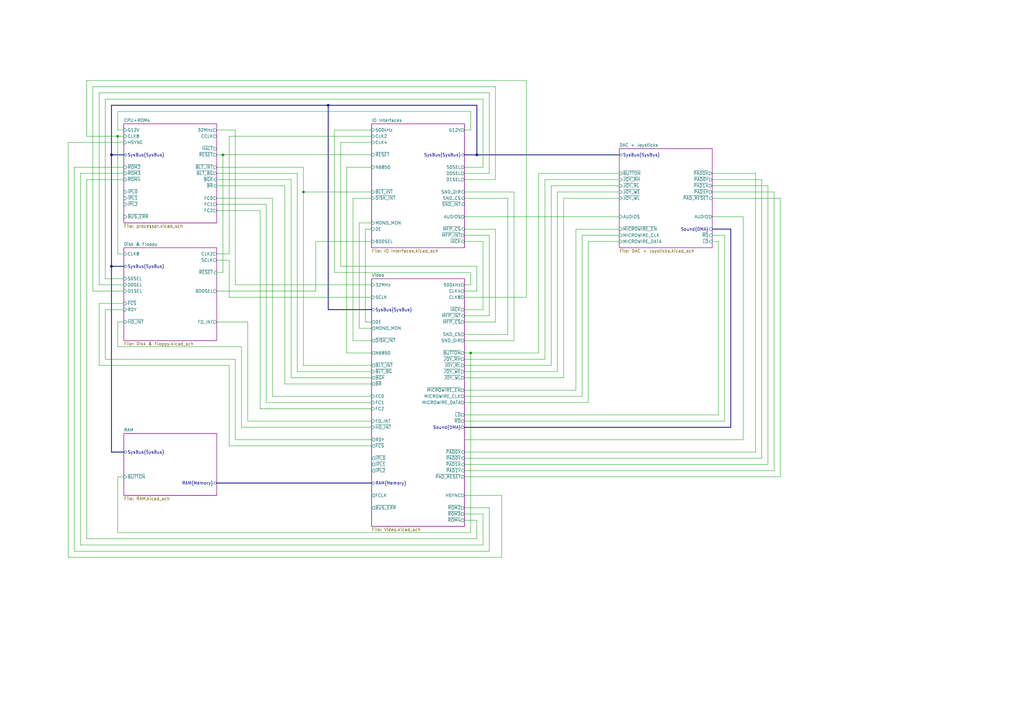
<source format=kicad_sch>
(kicad_sch
	(version 20250114)
	(generator "eeschema")
	(generator_version "9.0")
	(uuid "6cc81c6b-09a2-4492-8ca2-d80a5c796e77")
	(paper "A3")
	(lib_symbols)
	(junction
		(at 134.62 43.18)
		(diameter 0)
		(color 0 0 0 0)
		(uuid "1cbbe77e-ce5f-46dc-b552-c2a87ff2e483")
	)
	(junction
		(at 91.44 63.5)
		(diameter 0)
		(color 0 0 0 0)
		(uuid "20eb6a38-2645-4d8e-b93d-f20141f5f6b8")
	)
	(junction
		(at 193.04 144.78)
		(diameter 0)
		(color 0 0 0 0)
		(uuid "37c46360-4a0c-409b-af8f-6e6ef797544e")
	)
	(junction
		(at 48.26 55.88)
		(diameter 0)
		(color 0 0 0 0)
		(uuid "3bbcca91-b22d-47c6-8a91-516bb487909c")
	)
	(junction
		(at 45.72 63.5)
		(diameter 0)
		(color 0 0 0 0)
		(uuid "3c1fe7b3-5148-4a2e-b686-46cabde49fcb")
	)
	(junction
		(at 124.46 78.74)
		(diameter 0)
		(color 0 0 0 0)
		(uuid "955185ad-18e6-4925-8413-03f9d81550c9")
	)
	(junction
		(at 195.58 63.5)
		(diameter 0)
		(color 0 0 0 0)
		(uuid "b49d84f8-e554-432b-b503-a56cfbfe15d4")
	)
	(junction
		(at 45.72 109.22)
		(diameter 0)
		(color 0 0 0 0)
		(uuid "f3c1e36c-5b0a-4c60-97c7-320e1229b92c")
	)
	(wire
		(pts
			(xy 190.5 172.72) (xy 297.18 172.72)
		)
		(stroke
			(width 0)
			(type default)
		)
		(uuid "0028f84b-d709-4f80-9f80-994ff6248929")
	)
	(wire
		(pts
			(xy 292.1 88.9) (xy 304.8 88.9)
		)
		(stroke
			(width 0)
			(type default)
		)
		(uuid "006dccc6-ea3a-4721-b00f-30fe322d1e0f")
	)
	(bus
		(pts
			(xy 134.62 43.18) (xy 195.58 43.18)
		)
		(stroke
			(width 0)
			(type default)
		)
		(uuid "0157d18b-90e8-4cf0-85d8-6bf098a52702")
	)
	(wire
		(pts
			(xy 210.82 139.7) (xy 210.82 78.74)
		)
		(stroke
			(width 0)
			(type default)
		)
		(uuid "0305afd8-e41a-430f-bf3f-5359e9a6194e")
	)
	(wire
		(pts
			(xy 195.58 220.98) (xy 35.56 220.98)
		)
		(stroke
			(width 0)
			(type default)
		)
		(uuid "03cfcfc9-5ec4-4104-be54-8b1d07076a28")
	)
	(wire
		(pts
			(xy 147.32 134.62) (xy 152.4 134.62)
		)
		(stroke
			(width 0)
			(type default)
		)
		(uuid "0454303a-02c8-4c41-989d-d81bb95b97b6")
	)
	(wire
		(pts
			(xy 137.16 53.34) (xy 152.4 53.34)
		)
		(stroke
			(width 0)
			(type default)
		)
		(uuid "053cf3ae-6093-45d7-84d0-02cf7bee92cd")
	)
	(bus
		(pts
			(xy 45.72 63.5) (xy 45.72 43.18)
		)
		(stroke
			(width 0)
			(type default)
		)
		(uuid "05484a80-f901-4bc8-8103-9d77b105d343")
	)
	(wire
		(pts
			(xy 198.12 127) (xy 198.12 99.06)
		)
		(stroke
			(width 0)
			(type default)
		)
		(uuid "0619931d-5e1d-49ec-a05d-9e2d48dab2c8")
	)
	(wire
		(pts
			(xy 93.98 104.14) (xy 88.9 104.14)
		)
		(stroke
			(width 0)
			(type default)
		)
		(uuid "076c57b2-95a3-4793-94c1-4f348911d72a")
	)
	(wire
		(pts
			(xy 203.2 132.08) (xy 203.2 93.98)
		)
		(stroke
			(width 0)
			(type default)
		)
		(uuid "0778d869-645c-472d-ae44-8252a4b24cc8")
	)
	(wire
		(pts
			(xy 142.24 144.78) (xy 142.24 68.58)
		)
		(stroke
			(width 0)
			(type default)
		)
		(uuid "07d62e66-b5a1-4503-bf60-1331ef8c270b")
	)
	(wire
		(pts
			(xy 96.52 116.84) (xy 96.52 53.34)
		)
		(stroke
			(width 0)
			(type default)
		)
		(uuid "083be505-45d9-4e33-aa41-bfdfce91732f")
	)
	(wire
		(pts
			(xy 190.5 73.66) (xy 203.2 73.66)
		)
		(stroke
			(width 0)
			(type default)
		)
		(uuid "084d0a55-e4b4-41a2-bbc1-35b226baf979")
	)
	(wire
		(pts
			(xy 152.4 144.78) (xy 142.24 144.78)
		)
		(stroke
			(width 0)
			(type default)
		)
		(uuid "0a389435-ee34-420c-a5d7-7ffccea1bc7b")
	)
	(wire
		(pts
			(xy 238.76 96.52) (xy 254 96.52)
		)
		(stroke
			(width 0)
			(type default)
		)
		(uuid "0ac58093-a2a4-4898-b6e6-6a3832de5a0c")
	)
	(wire
		(pts
			(xy 195.58 119.38) (xy 195.58 109.22)
		)
		(stroke
			(width 0)
			(type default)
		)
		(uuid "0b6ee3f4-65ac-45c2-863c-2c70bc07d5f9")
	)
	(wire
		(pts
			(xy 109.22 83.82) (xy 109.22 165.1)
		)
		(stroke
			(width 0)
			(type default)
		)
		(uuid "0c274d75-a55a-4d0f-a260-57c906951291")
	)
	(wire
		(pts
			(xy 215.9 33.02) (xy 35.56 33.02)
		)
		(stroke
			(width 0)
			(type default)
		)
		(uuid "0c55160f-7b09-4cc8-918a-931e5d02e84c")
	)
	(wire
		(pts
			(xy 35.56 220.98) (xy 35.56 73.66)
		)
		(stroke
			(width 0)
			(type default)
		)
		(uuid "10c94ca9-930e-4b92-89d2-52a7ef0a3bdc")
	)
	(wire
		(pts
			(xy 142.24 68.58) (xy 152.4 68.58)
		)
		(stroke
			(width 0)
			(type default)
		)
		(uuid "1227ac09-74a7-4dfa-9266-6b78d62e31ce")
	)
	(wire
		(pts
			(xy 88.9 76.2) (xy 116.84 76.2)
		)
		(stroke
			(width 0)
			(type default)
		)
		(uuid "1263aa6b-7ec6-4f52-9d9a-c3459c56ba92")
	)
	(wire
		(pts
			(xy 200.66 96.52) (xy 190.5 96.52)
		)
		(stroke
			(width 0)
			(type default)
		)
		(uuid "129b30d8-5a69-4762-9646-5ee1466bd0e9")
	)
	(wire
		(pts
			(xy 231.14 81.28) (xy 254 81.28)
		)
		(stroke
			(width 0)
			(type default)
		)
		(uuid "13ce888d-9c99-462d-b14b-c4b21218873f")
	)
	(wire
		(pts
			(xy 109.22 165.1) (xy 152.4 165.1)
		)
		(stroke
			(width 0)
			(type default)
		)
		(uuid "144e5a7d-39de-4250-8382-dccdb358448f")
	)
	(wire
		(pts
			(xy 50.8 53.34) (xy 48.26 53.34)
		)
		(stroke
			(width 0)
			(type default)
		)
		(uuid "14f4b972-bd44-48e2-8e77-7cf47526ef48")
	)
	(wire
		(pts
			(xy 96.52 180.34) (xy 152.4 180.34)
		)
		(stroke
			(width 0)
			(type default)
		)
		(uuid "14f83d14-6252-4592-a1a7-1dfe3fc4efb4")
	)
	(wire
		(pts
			(xy 48.26 55.88) (xy 48.26 104.14)
		)
		(stroke
			(width 0)
			(type default)
		)
		(uuid "16cced25-529d-41ef-94cb-ec691e570421")
	)
	(wire
		(pts
			(xy 93.98 106.68) (xy 93.98 121.92)
		)
		(stroke
			(width 0)
			(type default)
		)
		(uuid "17778ab8-bdf5-4947-a52f-1b2196756f6f")
	)
	(wire
		(pts
			(xy 88.9 132.08) (xy 101.6 132.08)
		)
		(stroke
			(width 0)
			(type default)
		)
		(uuid "189097d8-59bd-4ead-a397-a68220e1e16b")
	)
	(bus
		(pts
			(xy 45.72 109.22) (xy 45.72 185.42)
		)
		(stroke
			(width 0)
			(type default)
		)
		(uuid "19189ac9-dc3b-4a66-969b-8023985f65c6")
	)
	(wire
		(pts
			(xy 236.22 93.98) (xy 254 93.98)
		)
		(stroke
			(width 0)
			(type default)
		)
		(uuid "1d4636f6-04b0-4c6f-b489-b8188f7aec17")
	)
	(wire
		(pts
			(xy 88.9 63.5) (xy 91.44 63.5)
		)
		(stroke
			(width 0)
			(type default)
		)
		(uuid "1e336128-27d7-42ec-a160-e521471820ba")
	)
	(wire
		(pts
			(xy 190.5 137.16) (xy 208.28 137.16)
		)
		(stroke
			(width 0)
			(type default)
		)
		(uuid "212bc511-4212-49d9-8ef9-b472caf40b0f")
	)
	(wire
		(pts
			(xy 40.64 38.1) (xy 40.64 116.84)
		)
		(stroke
			(width 0)
			(type default)
		)
		(uuid "21acaaa9-1f1a-4f3b-b553-275fc03ff62d")
	)
	(wire
		(pts
			(xy 312.42 187.96) (xy 190.5 187.96)
		)
		(stroke
			(width 0)
			(type default)
		)
		(uuid "22a111bb-eb94-479a-ae77-6aeea8241596")
	)
	(wire
		(pts
			(xy 190.5 154.94) (xy 231.14 154.94)
		)
		(stroke
			(width 0)
			(type default)
		)
		(uuid "22ef313d-0c3e-46b8-8a40-897f2250f39d")
	)
	(wire
		(pts
			(xy 93.98 55.88) (xy 93.98 104.14)
		)
		(stroke
			(width 0)
			(type default)
		)
		(uuid "261e4ee3-7ccd-4306-a536-322955f994af")
	)
	(bus
		(pts
			(xy 50.8 109.22) (xy 45.72 109.22)
		)
		(stroke
			(width 0)
			(type default)
		)
		(uuid "2644a0ad-add1-4e1b-9c27-25826d98e338")
	)
	(wire
		(pts
			(xy 226.06 149.86) (xy 226.06 76.2)
		)
		(stroke
			(width 0)
			(type default)
		)
		(uuid "26e0ba45-58b8-46ea-abc0-f54772fc4021")
	)
	(wire
		(pts
			(xy 190.5 185.42) (xy 309.88 185.42)
		)
		(stroke
			(width 0)
			(type default)
		)
		(uuid "2791a023-38ec-49a5-a297-536995ccbd85")
	)
	(wire
		(pts
			(xy 193.04 218.44) (xy 48.26 218.44)
		)
		(stroke
			(width 0)
			(type default)
		)
		(uuid "2a149cc1-0a96-4c92-95de-162df0d45048")
	)
	(wire
		(pts
			(xy 99.06 175.26) (xy 152.4 175.26)
		)
		(stroke
			(width 0)
			(type default)
		)
		(uuid "2a8c3d0d-2f2b-4637-a30c-9eb56994ea87")
	)
	(wire
		(pts
			(xy 193.04 45.72) (xy 193.04 53.34)
		)
		(stroke
			(width 0)
			(type default)
		)
		(uuid "2b639204-858c-4de0-b9d1-cdb0a915cc04")
	)
	(wire
		(pts
			(xy 88.9 83.82) (xy 109.22 83.82)
		)
		(stroke
			(width 0)
			(type default)
		)
		(uuid "2cb7ed07-b0a7-4108-ad04-8ba14d99491c")
	)
	(wire
		(pts
			(xy 149.86 93.98) (xy 152.4 93.98)
		)
		(stroke
			(width 0)
			(type default)
		)
		(uuid "2cb9feae-e6bc-4c8a-a84a-7d468188136b")
	)
	(wire
		(pts
			(xy 210.82 78.74) (xy 190.5 78.74)
		)
		(stroke
			(width 0)
			(type default)
		)
		(uuid "2cdd3f65-c4ec-4d6d-8534-cfccbb9f6f7e")
	)
	(wire
		(pts
			(xy 124.46 149.86) (xy 124.46 78.74)
		)
		(stroke
			(width 0)
			(type default)
		)
		(uuid "2e797f76-5cb9-45eb-ab31-0ce9c4062e4e")
	)
	(wire
		(pts
			(xy 220.98 71.12) (xy 254 71.12)
		)
		(stroke
			(width 0)
			(type default)
		)
		(uuid "3134fe99-1615-40b8-9330-a5ae6a80d88b")
	)
	(bus
		(pts
			(xy 134.62 43.18) (xy 134.62 127)
		)
		(stroke
			(width 0)
			(type default)
		)
		(uuid "31c4bbac-394e-4450-8904-37d46eb02f69")
	)
	(wire
		(pts
			(xy 88.9 106.68) (xy 93.98 106.68)
		)
		(stroke
			(width 0)
			(type default)
		)
		(uuid "3344e052-c0d4-41ab-ab68-edd787dc2a32")
	)
	(wire
		(pts
			(xy 190.5 88.9) (xy 254 88.9)
		)
		(stroke
			(width 0)
			(type default)
		)
		(uuid "352cb407-b29e-418d-9bb2-b0e77c2a32a1")
	)
	(wire
		(pts
			(xy 144.78 81.28) (xy 152.4 81.28)
		)
		(stroke
			(width 0)
			(type default)
		)
		(uuid "353ba671-f2ff-4675-baed-2fd77a18c56a")
	)
	(bus
		(pts
			(xy 299.72 175.26) (xy 299.72 93.98)
		)
		(stroke
			(width 0)
			(type default)
		)
		(uuid "3651891a-0d35-4319-a083-62db34c4c54f")
	)
	(wire
		(pts
			(xy 116.84 76.2) (xy 116.84 157.48)
		)
		(stroke
			(width 0)
			(type default)
		)
		(uuid "3773235b-ed91-483d-82a3-e84796481867")
	)
	(bus
		(pts
			(xy 190.5 175.26) (xy 299.72 175.26)
		)
		(stroke
			(width 0)
			(type default)
		)
		(uuid "3ac42bdf-f695-456f-8056-ca1604e1275c")
	)
	(wire
		(pts
			(xy 297.18 96.52) (xy 297.18 172.72)
		)
		(stroke
			(width 0)
			(type default)
		)
		(uuid "3c2892cf-393a-427f-a7c3-33fbc67b6e51")
	)
	(wire
		(pts
			(xy 193.04 144.78) (xy 220.98 144.78)
		)
		(stroke
			(width 0)
			(type default)
		)
		(uuid "3c4e33ba-42ef-465f-b692-15b1cfb07922")
	)
	(wire
		(pts
			(xy 292.1 73.66) (xy 312.42 73.66)
		)
		(stroke
			(width 0)
			(type default)
		)
		(uuid "3cc3300a-493b-4f0b-95fd-db8e152bfbbd")
	)
	(wire
		(pts
			(xy 195.58 213.36) (xy 195.58 220.98)
		)
		(stroke
			(width 0)
			(type default)
		)
		(uuid "3da0dfec-8b80-4771-abfb-2939fbf72880")
	)
	(wire
		(pts
			(xy 320.04 81.28) (xy 292.1 81.28)
		)
		(stroke
			(width 0)
			(type default)
		)
		(uuid "3e1a8c56-cc33-4bcf-b2c2-f8db9432d677")
	)
	(wire
		(pts
			(xy 152.4 139.7) (xy 144.78 139.7)
		)
		(stroke
			(width 0)
			(type default)
		)
		(uuid "40468c05-110b-4996-a9d7-1566a8263fa4")
	)
	(wire
		(pts
			(xy 93.98 182.88) (xy 93.98 149.86)
		)
		(stroke
			(width 0)
			(type default)
		)
		(uuid "405998e0-8a7e-441f-95f2-064fc15f5105")
	)
	(wire
		(pts
			(xy 190.5 129.54) (xy 200.66 129.54)
		)
		(stroke
			(width 0)
			(type default)
		)
		(uuid "40a197d7-887c-4dd7-80aa-ebefa925e912")
	)
	(wire
		(pts
			(xy 320.04 195.58) (xy 320.04 81.28)
		)
		(stroke
			(width 0)
			(type default)
		)
		(uuid "41a34774-b222-42b2-a417-92898083b679")
	)
	(wire
		(pts
			(xy 116.84 157.48) (xy 152.4 157.48)
		)
		(stroke
			(width 0)
			(type default)
		)
		(uuid "42b9f27b-cc81-4d28-bd75-926ab2026923")
	)
	(wire
		(pts
			(xy 38.1 35.56) (xy 38.1 119.38)
		)
		(stroke
			(width 0)
			(type default)
		)
		(uuid "42f4697d-0b12-4912-979c-d34289bae3a1")
	)
	(wire
		(pts
			(xy 205.74 203.2) (xy 190.5 203.2)
		)
		(stroke
			(width 0)
			(type default)
		)
		(uuid "44bf59cb-6824-45cd-b6a6-13193e4cf903")
	)
	(wire
		(pts
			(xy 50.8 68.58) (xy 30.48 68.58)
		)
		(stroke
			(width 0)
			(type default)
		)
		(uuid "4518a6ea-d06d-4adc-87c7-62c787922d1a")
	)
	(wire
		(pts
			(xy 309.88 71.12) (xy 292.1 71.12)
		)
		(stroke
			(width 0)
			(type default)
		)
		(uuid "45e4828e-a94d-4bfe-92f2-2068ab0aa758")
	)
	(wire
		(pts
			(xy 96.52 147.32) (xy 96.52 180.34)
		)
		(stroke
			(width 0)
			(type default)
		)
		(uuid "46257dbd-197c-4fcb-ba67-1e4a2d2e7681")
	)
	(wire
		(pts
			(xy 254 78.74) (xy 228.6 78.74)
		)
		(stroke
			(width 0)
			(type default)
		)
		(uuid "472464dd-cfd2-4417-a44f-d82d18a430b9")
	)
	(wire
		(pts
			(xy 152.4 55.88) (xy 93.98 55.88)
		)
		(stroke
			(width 0)
			(type default)
		)
		(uuid "49222fc2-1e72-4829-98b1-26e6efabab39")
	)
	(wire
		(pts
			(xy 190.5 190.5) (xy 314.96 190.5)
		)
		(stroke
			(width 0)
			(type default)
		)
		(uuid "4a2258a6-8dcd-4cf7-9c6b-a3f3a5360524")
	)
	(wire
		(pts
			(xy 193.04 53.34) (xy 190.5 53.34)
		)
		(stroke
			(width 0)
			(type default)
		)
		(uuid "4a769190-cd33-4937-b73e-8af80dffa01d")
	)
	(wire
		(pts
			(xy 124.46 68.58) (xy 88.9 68.58)
		)
		(stroke
			(width 0)
			(type default)
		)
		(uuid "4b441467-7ef5-47d6-ae2f-f99c01b3ad23")
	)
	(wire
		(pts
			(xy 106.68 86.36) (xy 88.9 86.36)
		)
		(stroke
			(width 0)
			(type default)
		)
		(uuid "4bf49d83-17d9-4b6a-ae3b-fb5175febe6b")
	)
	(wire
		(pts
			(xy 228.6 78.74) (xy 228.6 152.4)
		)
		(stroke
			(width 0)
			(type default)
		)
		(uuid "509d66a5-a377-454e-995b-43e19b26c687")
	)
	(wire
		(pts
			(xy 220.98 144.78) (xy 220.98 71.12)
		)
		(stroke
			(width 0)
			(type default)
		)
		(uuid "52758ad7-45a1-47c7-b32d-8c954407c924")
	)
	(wire
		(pts
			(xy 137.16 111.76) (xy 137.16 53.34)
		)
		(stroke
			(width 0)
			(type default)
		)
		(uuid "54599006-71b8-4ebd-9ba1-5c724cd5d0fa")
	)
	(wire
		(pts
			(xy 317.5 78.74) (xy 317.5 193.04)
		)
		(stroke
			(width 0)
			(type default)
		)
		(uuid "54912ae1-9df5-4cb2-a599-7cf25554afe0")
	)
	(wire
		(pts
			(xy 152.4 91.44) (xy 147.32 91.44)
		)
		(stroke
			(width 0)
			(type default)
		)
		(uuid "5681a98f-f04c-4738-ac6e-8298e3272705")
	)
	(wire
		(pts
			(xy 198.12 68.58) (xy 198.12 40.64)
		)
		(stroke
			(width 0)
			(type default)
		)
		(uuid "599a2764-63fe-4bf4-b7bb-fe20c4f1c934")
	)
	(wire
		(pts
			(xy 190.5 71.12) (xy 200.66 71.12)
		)
		(stroke
			(width 0)
			(type default)
		)
		(uuid "5ac3b293-b035-4ba5-9553-9ab6e8191188")
	)
	(wire
		(pts
			(xy 238.76 162.56) (xy 238.76 96.52)
		)
		(stroke
			(width 0)
			(type default)
		)
		(uuid "5b7cb01d-b741-4a8a-b62c-2ce570d97e6b")
	)
	(wire
		(pts
			(xy 208.28 137.16) (xy 208.28 81.28)
		)
		(stroke
			(width 0)
			(type default)
		)
		(uuid "5dc86b82-fdd3-4483-ad22-b08ec1bfb3c3")
	)
	(wire
		(pts
			(xy 241.3 165.1) (xy 241.3 99.06)
		)
		(stroke
			(width 0)
			(type default)
		)
		(uuid "628a5ac3-902a-4b8b-9f9c-964eed4b702d")
	)
	(wire
		(pts
			(xy 149.86 132.08) (xy 149.86 93.98)
		)
		(stroke
			(width 0)
			(type default)
		)
		(uuid "62ecd2b7-c464-4284-b308-d1a33b3b16d8")
	)
	(wire
		(pts
			(xy 33.02 223.52) (xy 198.12 223.52)
		)
		(stroke
			(width 0)
			(type default)
		)
		(uuid "633d68ad-0c8c-483a-92d4-c0e9f2522dce")
	)
	(wire
		(pts
			(xy 205.74 228.6) (xy 205.74 203.2)
		)
		(stroke
			(width 0)
			(type default)
		)
		(uuid "63f45be3-2228-46bd-b97d-b7f650c5e21b")
	)
	(wire
		(pts
			(xy 35.56 73.66) (xy 50.8 73.66)
		)
		(stroke
			(width 0)
			(type default)
		)
		(uuid "64051893-cd3a-45c9-879b-ae54cf6363eb")
	)
	(wire
		(pts
			(xy 99.06 142.24) (xy 99.06 175.26)
		)
		(stroke
			(width 0)
			(type default)
		)
		(uuid "64d1205d-1eac-47a8-a605-a9a3dde753b2")
	)
	(wire
		(pts
			(xy 48.26 195.58) (xy 48.26 218.44)
		)
		(stroke
			(width 0)
			(type default)
		)
		(uuid "655eb3ed-1df8-4049-b168-1eddce105323")
	)
	(wire
		(pts
			(xy 292.1 99.06) (xy 294.64 99.06)
		)
		(stroke
			(width 0)
			(type default)
		)
		(uuid "657fcf4b-dbdb-46a7-95b0-f226730a4c4c")
	)
	(wire
		(pts
			(xy 190.5 119.38) (xy 195.58 119.38)
		)
		(stroke
			(width 0)
			(type default)
		)
		(uuid "6621a4cb-bafc-406b-9718-d3e5b2467c74")
	)
	(wire
		(pts
			(xy 152.4 182.88) (xy 93.98 182.88)
		)
		(stroke
			(width 0)
			(type default)
		)
		(uuid "6b6a4afc-af1b-46f6-a9c1-4eeec0eae16e")
	)
	(wire
		(pts
			(xy 147.32 91.44) (xy 147.32 134.62)
		)
		(stroke
			(width 0)
			(type default)
		)
		(uuid "71228668-6015-4f30-a0e1-f99413378dcb")
	)
	(wire
		(pts
			(xy 93.98 149.86) (xy 40.64 149.86)
		)
		(stroke
			(width 0)
			(type default)
		)
		(uuid "7572007b-afcb-4e37-9e73-e52cda0fb1a9")
	)
	(wire
		(pts
			(xy 50.8 132.08) (xy 48.26 132.08)
		)
		(stroke
			(width 0)
			(type default)
		)
		(uuid "77a24dda-d881-4085-8ef2-2bc5af895ff3")
	)
	(wire
		(pts
			(xy 190.5 139.7) (xy 210.82 139.7)
		)
		(stroke
			(width 0)
			(type default)
		)
		(uuid "78309298-def6-4b44-b7fc-80669f4c508b")
	)
	(wire
		(pts
			(xy 215.9 121.92) (xy 215.9 33.02)
		)
		(stroke
			(width 0)
			(type default)
		)
		(uuid "79d428c2-f58d-479f-92f8-34e0c0c39ec7")
	)
	(wire
		(pts
			(xy 236.22 160.02) (xy 236.22 93.98)
		)
		(stroke
			(width 0)
			(type default)
		)
		(uuid "7b400bd2-9564-4b91-9774-024b3dea34cd")
	)
	(wire
		(pts
			(xy 48.26 45.72) (xy 193.04 45.72)
		)
		(stroke
			(width 0)
			(type default)
		)
		(uuid "7c188bcc-38d1-438f-86ec-0f8ef853289e")
	)
	(wire
		(pts
			(xy 101.6 172.72) (xy 152.4 172.72)
		)
		(stroke
			(width 0)
			(type default)
		)
		(uuid "7dbb8b77-fd26-440a-9d65-1fefec0bd1ed")
	)
	(wire
		(pts
			(xy 190.5 180.34) (xy 304.8 180.34)
		)
		(stroke
			(width 0)
			(type default)
		)
		(uuid "7dc64d3d-9e89-40d5-b27a-559d0b9e764d")
	)
	(wire
		(pts
			(xy 30.48 68.58) (xy 30.48 226.06)
		)
		(stroke
			(width 0)
			(type default)
		)
		(uuid "80a655a4-d2fd-46c5-b06e-9a163b88f9d9")
	)
	(wire
		(pts
			(xy 190.5 121.92) (xy 215.9 121.92)
		)
		(stroke
			(width 0)
			(type default)
		)
		(uuid "80fc1321-d8f8-4895-b507-f43a91b7bbf8")
	)
	(wire
		(pts
			(xy 195.58 109.22) (xy 139.7 109.22)
		)
		(stroke
			(width 0)
			(type default)
		)
		(uuid "81d65905-37fe-4f42-a8b7-7582f980df08")
	)
	(wire
		(pts
			(xy 43.18 127) (xy 43.18 147.32)
		)
		(stroke
			(width 0)
			(type default)
		)
		(uuid "834ddaff-9122-4b9b-8155-6e5a1750454c")
	)
	(wire
		(pts
			(xy 190.5 149.86) (xy 226.06 149.86)
		)
		(stroke
			(width 0)
			(type default)
		)
		(uuid "83815e36-e1a5-4c47-af59-34426617e433")
	)
	(wire
		(pts
			(xy 200.66 71.12) (xy 200.66 38.1)
		)
		(stroke
			(width 0)
			(type default)
		)
		(uuid "85401471-5c4a-4529-b472-da822d67b053")
	)
	(wire
		(pts
			(xy 190.5 165.1) (xy 241.3 165.1)
		)
		(stroke
			(width 0)
			(type default)
		)
		(uuid "86473aed-86e2-4378-b13f-975e2d4a872d")
	)
	(wire
		(pts
			(xy 231.14 154.94) (xy 231.14 81.28)
		)
		(stroke
			(width 0)
			(type default)
		)
		(uuid "8771bb73-9190-491a-b34d-4baabb90e7c2")
	)
	(wire
		(pts
			(xy 190.5 162.56) (xy 238.76 162.56)
		)
		(stroke
			(width 0)
			(type default)
		)
		(uuid "87be59eb-5f4b-43d8-ba04-1c6c36718490")
	)
	(wire
		(pts
			(xy 35.56 33.02) (xy 35.56 55.88)
		)
		(stroke
			(width 0)
			(type default)
		)
		(uuid "8a08e9a7-1627-403d-8425-ddcaee7f8b94")
	)
	(bus
		(pts
			(xy 45.72 185.42) (xy 50.8 185.42)
		)
		(stroke
			(width 0)
			(type default)
		)
		(uuid "8bfc3ba0-c980-46dc-98bb-bfd4414c4ede")
	)
	(wire
		(pts
			(xy 198.12 210.82) (xy 190.5 210.82)
		)
		(stroke
			(width 0)
			(type default)
		)
		(uuid "8e47d32e-571c-4595-8819-d9996bdb59f7")
	)
	(wire
		(pts
			(xy 106.68 167.64) (xy 106.68 86.36)
		)
		(stroke
			(width 0)
			(type default)
		)
		(uuid "8e561250-2f48-48b4-aa5a-04fa58394230")
	)
	(wire
		(pts
			(xy 228.6 152.4) (xy 190.5 152.4)
		)
		(stroke
			(width 0)
			(type default)
		)
		(uuid "8eef2f86-b56b-4516-b8f7-9b0de0655b55")
	)
	(wire
		(pts
			(xy 292.1 96.52) (xy 297.18 96.52)
		)
		(stroke
			(width 0)
			(type default)
		)
		(uuid "8f3eba32-d67e-4be1-a5f3-26f3fc8be645")
	)
	(wire
		(pts
			(xy 152.4 116.84) (xy 96.52 116.84)
		)
		(stroke
			(width 0)
			(type default)
		)
		(uuid "9001f678-5d9d-4544-98d9-e06758d446ac")
	)
	(wire
		(pts
			(xy 198.12 99.06) (xy 190.5 99.06)
		)
		(stroke
			(width 0)
			(type default)
		)
		(uuid "91141a13-5328-4052-9f49-e14450a8077d")
	)
	(wire
		(pts
			(xy 88.9 111.76) (xy 91.44 111.76)
		)
		(stroke
			(width 0)
			(type default)
		)
		(uuid "92a368ba-cf4a-4163-87d3-29b38e4fc0b7")
	)
	(wire
		(pts
			(xy 193.04 144.78) (xy 193.04 218.44)
		)
		(stroke
			(width 0)
			(type default)
		)
		(uuid "94a02990-b945-48b2-814f-f7bb9fe85899")
	)
	(wire
		(pts
			(xy 48.26 132.08) (xy 48.26 142.24)
		)
		(stroke
			(width 0)
			(type default)
		)
		(uuid "983dd25c-af48-4cda-a579-759dc41d2c54")
	)
	(wire
		(pts
			(xy 200.66 208.28) (xy 190.5 208.28)
		)
		(stroke
			(width 0)
			(type default)
		)
		(uuid "995db96e-bf2c-4880-a2e1-550bb07a1e04")
	)
	(wire
		(pts
			(xy 152.4 154.94) (xy 119.38 154.94)
		)
		(stroke
			(width 0)
			(type default)
		)
		(uuid "99ec1c46-c176-41bf-9f87-b19c6a782e04")
	)
	(wire
		(pts
			(xy 223.52 73.66) (xy 223.52 147.32)
		)
		(stroke
			(width 0)
			(type default)
		)
		(uuid "9a3d6a20-fd09-4398-9a34-4607fcfe406d")
	)
	(wire
		(pts
			(xy 139.7 58.42) (xy 152.4 58.42)
		)
		(stroke
			(width 0)
			(type default)
		)
		(uuid "9ed6410b-4bb2-4e72-ba50-7d47923e51c2")
	)
	(wire
		(pts
			(xy 294.64 99.06) (xy 294.64 170.18)
		)
		(stroke
			(width 0)
			(type default)
		)
		(uuid "a08c81a4-d57c-45d6-b138-383acc9af32c")
	)
	(wire
		(pts
			(xy 40.64 149.86) (xy 40.64 124.46)
		)
		(stroke
			(width 0)
			(type default)
		)
		(uuid "a1368aad-c393-4902-9d18-516184d70f04")
	)
	(wire
		(pts
			(xy 312.42 73.66) (xy 312.42 187.96)
		)
		(stroke
			(width 0)
			(type default)
		)
		(uuid "aa263fe1-6078-4a8e-b3d4-b7e6f2419db3")
	)
	(wire
		(pts
			(xy 111.76 162.56) (xy 111.76 81.28)
		)
		(stroke
			(width 0)
			(type default)
		)
		(uuid "aabac8cd-1e8f-45ab-80a9-b905ecdd54ac")
	)
	(wire
		(pts
			(xy 241.3 99.06) (xy 254 99.06)
		)
		(stroke
			(width 0)
			(type default)
		)
		(uuid "ab0513aa-9a40-4593-b0a4-55eb14c99867")
	)
	(wire
		(pts
			(xy 152.4 162.56) (xy 111.76 162.56)
		)
		(stroke
			(width 0)
			(type default)
		)
		(uuid "abc9808c-1406-4a8f-a6ce-77d24aece922")
	)
	(wire
		(pts
			(xy 93.98 121.92) (xy 152.4 121.92)
		)
		(stroke
			(width 0)
			(type default)
		)
		(uuid "abdb80ba-4afd-497b-abee-9404b2d0f303")
	)
	(bus
		(pts
			(xy 299.72 93.98) (xy 292.1 93.98)
		)
		(stroke
			(width 0)
			(type default)
		)
		(uuid "aebdfbf2-06e6-4b75-973e-b61b00339e5e")
	)
	(wire
		(pts
			(xy 200.66 38.1) (xy 40.64 38.1)
		)
		(stroke
			(width 0)
			(type default)
		)
		(uuid "af02a435-c5af-4f12-b189-0694932afe87")
	)
	(wire
		(pts
			(xy 203.2 73.66) (xy 203.2 35.56)
		)
		(stroke
			(width 0)
			(type default)
		)
		(uuid "b21d209d-5392-43fe-ab78-3d6f579532a2")
	)
	(bus
		(pts
			(xy 50.8 63.5) (xy 45.72 63.5)
		)
		(stroke
			(width 0)
			(type default)
		)
		(uuid "b3806d15-b7a0-419a-a277-9cc61811bfe6")
	)
	(wire
		(pts
			(xy 190.5 195.58) (xy 320.04 195.58)
		)
		(stroke
			(width 0)
			(type default)
		)
		(uuid "b419e96a-aec4-429b-84d6-fbb6f792bbab")
	)
	(wire
		(pts
			(xy 50.8 55.88) (xy 48.26 55.88)
		)
		(stroke
			(width 0)
			(type default)
		)
		(uuid "b43af7c9-9f55-4c0a-b5e8-0e98fceadf08")
	)
	(wire
		(pts
			(xy 124.46 78.74) (xy 124.46 68.58)
		)
		(stroke
			(width 0)
			(type default)
		)
		(uuid "b4f90058-ce4d-44ed-9afd-823819d62e6d")
	)
	(bus
		(pts
			(xy 45.72 109.22) (xy 45.72 63.5)
		)
		(stroke
			(width 0)
			(type default)
		)
		(uuid "b61d9b6e-f193-418c-ac25-353a9f52fb04")
	)
	(wire
		(pts
			(xy 121.92 71.12) (xy 121.92 152.4)
		)
		(stroke
			(width 0)
			(type default)
		)
		(uuid "b7f1f25a-fdd6-4009-8ccb-1ccd0962837f")
	)
	(bus
		(pts
			(xy 195.58 43.18) (xy 195.58 63.5)
		)
		(stroke
			(width 0)
			(type default)
		)
		(uuid "b7f45496-0828-4c38-a270-4df54917831e")
	)
	(wire
		(pts
			(xy 35.56 55.88) (xy 48.26 55.88)
		)
		(stroke
			(width 0)
			(type default)
		)
		(uuid "b8b95280-969d-43ad-86aa-00223489f825")
	)
	(wire
		(pts
			(xy 200.66 226.06) (xy 200.66 208.28)
		)
		(stroke
			(width 0)
			(type default)
		)
		(uuid "b90aaed9-f8bb-4db7-964f-502d9c9a79f2")
	)
	(wire
		(pts
			(xy 129.54 119.38) (xy 129.54 99.06)
		)
		(stroke
			(width 0)
			(type default)
		)
		(uuid "ba840f4b-ab73-4edd-9e5a-148b7183c506")
	)
	(wire
		(pts
			(xy 43.18 40.64) (xy 43.18 114.3)
		)
		(stroke
			(width 0)
			(type default)
		)
		(uuid "bbd10a56-3e69-4eda-b129-92728f6289c8")
	)
	(bus
		(pts
			(xy 152.4 127) (xy 134.62 127)
		)
		(stroke
			(width 0)
			(type default)
		)
		(uuid "bca28bb4-7be9-4d2a-9379-82ccc51ba10a")
	)
	(wire
		(pts
			(xy 139.7 109.22) (xy 139.7 58.42)
		)
		(stroke
			(width 0)
			(type default)
		)
		(uuid "bcadf789-eaff-4bc6-8ca1-9cc7bde8642b")
	)
	(wire
		(pts
			(xy 208.28 81.28) (xy 190.5 81.28)
		)
		(stroke
			(width 0)
			(type default)
		)
		(uuid "bda8a94e-e88b-408d-9d99-287f72c57f3e")
	)
	(wire
		(pts
			(xy 144.78 139.7) (xy 144.78 81.28)
		)
		(stroke
			(width 0)
			(type default)
		)
		(uuid "c15be50f-62a6-4832-b9eb-7d7c2476c8e1")
	)
	(wire
		(pts
			(xy 292.1 78.74) (xy 317.5 78.74)
		)
		(stroke
			(width 0)
			(type default)
		)
		(uuid "c33465ff-57bb-4945-b13b-bba7c939787a")
	)
	(wire
		(pts
			(xy 152.4 132.08) (xy 149.86 132.08)
		)
		(stroke
			(width 0)
			(type default)
		)
		(uuid "c48071d9-6540-4be5-b9dd-7f659be86ab3")
	)
	(wire
		(pts
			(xy 193.04 111.76) (xy 137.16 111.76)
		)
		(stroke
			(width 0)
			(type default)
		)
		(uuid "c48a4271-cf39-4758-b179-e99b15843359")
	)
	(wire
		(pts
			(xy 91.44 111.76) (xy 91.44 63.5)
		)
		(stroke
			(width 0)
			(type default)
		)
		(uuid "c4f79419-06b4-4ef8-a584-db4b6ff548be")
	)
	(wire
		(pts
			(xy 190.5 144.78) (xy 193.04 144.78)
		)
		(stroke
			(width 0)
			(type default)
		)
		(uuid "c4fd764d-7b1e-4298-9c27-4921c5eec055")
	)
	(wire
		(pts
			(xy 119.38 154.94) (xy 119.38 73.66)
		)
		(stroke
			(width 0)
			(type default)
		)
		(uuid "c54d47cf-2804-48f0-a046-ccbf556367a7")
	)
	(wire
		(pts
			(xy 48.26 195.58) (xy 50.8 195.58)
		)
		(stroke
			(width 0)
			(type default)
		)
		(uuid "c61d2f28-cc2a-42a2-9e09-7ae09bdb80c2")
	)
	(wire
		(pts
			(xy 193.04 116.84) (xy 193.04 111.76)
		)
		(stroke
			(width 0)
			(type default)
		)
		(uuid "c7a1d762-6adb-47ee-a3b3-e2cb03d1351a")
	)
	(wire
		(pts
			(xy 129.54 119.38) (xy 88.9 119.38)
		)
		(stroke
			(width 0)
			(type default)
		)
		(uuid "c7c2d074-a0cc-45fc-ae34-aabcfe5323ca")
	)
	(wire
		(pts
			(xy 314.96 76.2) (xy 292.1 76.2)
		)
		(stroke
			(width 0)
			(type default)
		)
		(uuid "c7e256df-1ebe-4c38-95f6-772f4250a4f5")
	)
	(wire
		(pts
			(xy 190.5 160.02) (xy 236.22 160.02)
		)
		(stroke
			(width 0)
			(type default)
		)
		(uuid "c88606bd-d9e1-43e7-8086-05acec7049cc")
	)
	(wire
		(pts
			(xy 152.4 99.06) (xy 129.54 99.06)
		)
		(stroke
			(width 0)
			(type default)
		)
		(uuid "c93cd936-e5cc-4c70-8259-f46d008fbb33")
	)
	(bus
		(pts
			(xy 195.58 63.5) (xy 254 63.5)
		)
		(stroke
			(width 0)
			(type default)
		)
		(uuid "ca6c06d1-bed8-4f01-afa8-595afc8b1258")
	)
	(wire
		(pts
			(xy 254 73.66) (xy 223.52 73.66)
		)
		(stroke
			(width 0)
			(type default)
		)
		(uuid "cade514d-9792-4ba4-8565-7f9d6486609a")
	)
	(wire
		(pts
			(xy 203.2 35.56) (xy 38.1 35.56)
		)
		(stroke
			(width 0)
			(type default)
		)
		(uuid "ccee69a5-1599-4170-ad99-37e2606a4983")
	)
	(wire
		(pts
			(xy 190.5 213.36) (xy 195.58 213.36)
		)
		(stroke
			(width 0)
			(type default)
		)
		(uuid "cf4062ed-5549-4fed-9e75-61f6cc3b4d60")
	)
	(wire
		(pts
			(xy 27.94 228.6) (xy 27.94 58.42)
		)
		(stroke
			(width 0)
			(type default)
		)
		(uuid "cf426173-2aa7-401f-8449-9da0b89763aa")
	)
	(wire
		(pts
			(xy 111.76 81.28) (xy 88.9 81.28)
		)
		(stroke
			(width 0)
			(type default)
		)
		(uuid "d0388b5a-a2a0-4cde-9dcb-f8363083d1d1")
	)
	(wire
		(pts
			(xy 101.6 132.08) (xy 101.6 172.72)
		)
		(stroke
			(width 0)
			(type default)
		)
		(uuid "d07b9e3d-bcc3-44ca-b187-161bd7446c70")
	)
	(wire
		(pts
			(xy 304.8 88.9) (xy 304.8 180.34)
		)
		(stroke
			(width 0)
			(type default)
		)
		(uuid "d17d13ed-51e5-41f2-aaf1-be19aeee9291")
	)
	(wire
		(pts
			(xy 124.46 78.74) (xy 152.4 78.74)
		)
		(stroke
			(width 0)
			(type default)
		)
		(uuid "d2a77623-e672-4371-818f-f0bd385e6e55")
	)
	(wire
		(pts
			(xy 121.92 152.4) (xy 152.4 152.4)
		)
		(stroke
			(width 0)
			(type default)
		)
		(uuid "d2ab3c17-3141-4db0-ab85-e8f9536155da")
	)
	(bus
		(pts
			(xy 88.9 198.12) (xy 152.4 198.12)
		)
		(stroke
			(width 0)
			(type default)
		)
		(uuid "d3ba267d-a1a0-4636-806d-e1221cf3bc5f")
	)
	(wire
		(pts
			(xy 50.8 71.12) (xy 33.02 71.12)
		)
		(stroke
			(width 0)
			(type default)
		)
		(uuid "d40b5304-4375-4905-b401-c13b1090af92")
	)
	(wire
		(pts
			(xy 48.26 142.24) (xy 99.06 142.24)
		)
		(stroke
			(width 0)
			(type default)
		)
		(uuid "d5fa3462-4252-451c-89fa-f97e09e4e484")
	)
	(wire
		(pts
			(xy 198.12 223.52) (xy 198.12 210.82)
		)
		(stroke
			(width 0)
			(type default)
		)
		(uuid "d6802bb6-4cc5-424e-992b-fef24b7a1da1")
	)
	(wire
		(pts
			(xy 190.5 116.84) (xy 193.04 116.84)
		)
		(stroke
			(width 0)
			(type default)
		)
		(uuid "d788ed30-6604-437f-ac6f-f6ed14486b38")
	)
	(wire
		(pts
			(xy 190.5 170.18) (xy 294.64 170.18)
		)
		(stroke
			(width 0)
			(type default)
		)
		(uuid "d939844c-9ddc-4dd6-a3dc-279c77f5fa45")
	)
	(wire
		(pts
			(xy 38.1 119.38) (xy 50.8 119.38)
		)
		(stroke
			(width 0)
			(type default)
		)
		(uuid "d9968377-2f2f-41cb-9d6a-bddb687eaa4e")
	)
	(wire
		(pts
			(xy 88.9 71.12) (xy 121.92 71.12)
		)
		(stroke
			(width 0)
			(type default)
		)
		(uuid "da3e05f3-1fd9-444a-b307-a0205b8b66e2")
	)
	(wire
		(pts
			(xy 91.44 63.5) (xy 152.4 63.5)
		)
		(stroke
			(width 0)
			(type default)
		)
		(uuid "db42c324-8177-405a-a071-8d9d5635ea7f")
	)
	(wire
		(pts
			(xy 317.5 193.04) (xy 190.5 193.04)
		)
		(stroke
			(width 0)
			(type default)
		)
		(uuid "dbe178a1-b392-47b2-ae05-970fe0862b4a")
	)
	(wire
		(pts
			(xy 152.4 167.64) (xy 106.68 167.64)
		)
		(stroke
			(width 0)
			(type default)
		)
		(uuid "dce94df3-0804-442e-a5a6-91133a6dd55c")
	)
	(wire
		(pts
			(xy 43.18 147.32) (xy 96.52 147.32)
		)
		(stroke
			(width 0)
			(type default)
		)
		(uuid "dea9f177-a5c7-47a4-be2a-a384856b4d56")
	)
	(wire
		(pts
			(xy 190.5 132.08) (xy 203.2 132.08)
		)
		(stroke
			(width 0)
			(type default)
		)
		(uuid "e0168029-a639-4263-b614-23e82da93bff")
	)
	(wire
		(pts
			(xy 40.64 116.84) (xy 50.8 116.84)
		)
		(stroke
			(width 0)
			(type default)
		)
		(uuid "e03d6a5a-945f-4d2c-8724-742fdb73fe5b")
	)
	(wire
		(pts
			(xy 30.48 226.06) (xy 200.66 226.06)
		)
		(stroke
			(width 0)
			(type default)
		)
		(uuid "e12198e2-4278-41f4-9fda-5ad3b2e4a9df")
	)
	(wire
		(pts
			(xy 190.5 147.32) (xy 223.52 147.32)
		)
		(stroke
			(width 0)
			(type default)
		)
		(uuid "e2b3319a-080c-403d-8dea-f0d8b9947fec")
	)
	(wire
		(pts
			(xy 119.38 73.66) (xy 88.9 73.66)
		)
		(stroke
			(width 0)
			(type default)
		)
		(uuid "e44fe753-8220-4636-af76-728dcb36ef98")
	)
	(wire
		(pts
			(xy 27.94 58.42) (xy 50.8 58.42)
		)
		(stroke
			(width 0)
			(type default)
		)
		(uuid "e4946737-25b0-4f95-8e62-3fc6a266c8dd")
	)
	(wire
		(pts
			(xy 33.02 71.12) (xy 33.02 223.52)
		)
		(stroke
			(width 0)
			(type default)
		)
		(uuid "e5904b06-2279-4c21-bdbb-dea8825f3b41")
	)
	(wire
		(pts
			(xy 190.5 127) (xy 198.12 127)
		)
		(stroke
			(width 0)
			(type default)
		)
		(uuid "e942eb0a-b195-47b2-a1b7-e85e38fc3e2d")
	)
	(wire
		(pts
			(xy 152.4 149.86) (xy 124.46 149.86)
		)
		(stroke
			(width 0)
			(type default)
		)
		(uuid "e995336b-69a6-452b-b5f7-05b904e4b7da")
	)
	(wire
		(pts
			(xy 190.5 68.58) (xy 198.12 68.58)
		)
		(stroke
			(width 0)
			(type default)
		)
		(uuid "eafb6cc4-c69c-4718-8160-e072ef0b063a")
	)
	(wire
		(pts
			(xy 48.26 104.14) (xy 50.8 104.14)
		)
		(stroke
			(width 0)
			(type default)
		)
		(uuid "ed3f53d8-66b0-4d10-a3d8-b2f998ec6e4f")
	)
	(wire
		(pts
			(xy 314.96 190.5) (xy 314.96 76.2)
		)
		(stroke
			(width 0)
			(type default)
		)
		(uuid "ed7fdf9f-6b3f-4cec-840c-90f8f23895fa")
	)
	(wire
		(pts
			(xy 50.8 127) (xy 43.18 127)
		)
		(stroke
			(width 0)
			(type default)
		)
		(uuid "eebf5482-70a3-42bb-8967-d9b5915613c2")
	)
	(wire
		(pts
			(xy 96.52 53.34) (xy 88.9 53.34)
		)
		(stroke
			(width 0)
			(type default)
		)
		(uuid "efab4b00-35f5-4b72-8813-b351bdd85563")
	)
	(wire
		(pts
			(xy 203.2 93.98) (xy 190.5 93.98)
		)
		(stroke
			(width 0)
			(type default)
		)
		(uuid "f0310071-94da-48c6-a912-931bff6d3719")
	)
	(wire
		(pts
			(xy 226.06 76.2) (xy 254 76.2)
		)
		(stroke
			(width 0)
			(type default)
		)
		(uuid "f2339ba6-2e7c-4640-ad24-08255c03c2c2")
	)
	(wire
		(pts
			(xy 48.26 53.34) (xy 48.26 45.72)
		)
		(stroke
			(width 0)
			(type default)
		)
		(uuid "f2d8203e-1bc1-484d-8355-66930bb3194e")
	)
	(wire
		(pts
			(xy 198.12 40.64) (xy 43.18 40.64)
		)
		(stroke
			(width 0)
			(type default)
		)
		(uuid "f2e5f21c-9a2e-4d7f-a36c-a23dcdc5d804")
	)
	(wire
		(pts
			(xy 40.64 124.46) (xy 50.8 124.46)
		)
		(stroke
			(width 0)
			(type default)
		)
		(uuid "f389f7bf-3003-4dd2-9f52-abb19975c5b7")
	)
	(bus
		(pts
			(xy 195.58 63.5) (xy 190.5 63.5)
		)
		(stroke
			(width 0)
			(type default)
		)
		(uuid "f520cb43-d901-4a22-b2e5-f4b5519a5708")
	)
	(wire
		(pts
			(xy 200.66 129.54) (xy 200.66 96.52)
		)
		(stroke
			(width 0)
			(type default)
		)
		(uuid "f60870fe-1cca-4b1c-b7e7-019a9d18b8ac")
	)
	(wire
		(pts
			(xy 27.94 228.6) (xy 205.74 228.6)
		)
		(stroke
			(width 0)
			(type default)
		)
		(uuid "f7b8d140-8b6e-4c6e-ae2b-4051d04787ef")
	)
	(wire
		(pts
			(xy 43.18 114.3) (xy 50.8 114.3)
		)
		(stroke
			(width 0)
			(type default)
		)
		(uuid "fd57c3a4-2e12-4311-a8f2-d6472093b600")
	)
	(wire
		(pts
			(xy 309.88 185.42) (xy 309.88 71.12)
		)
		(stroke
			(width 0)
			(type default)
		)
		(uuid "fe5b491a-552a-4e6e-8b05-740e297b7f47")
	)
	(bus
		(pts
			(xy 45.72 43.18) (xy 134.62 43.18)
		)
		(stroke
			(width 0)
			(type default)
		)
		(uuid "ff45e405-bcb0-43f1-b143-a905334b5283")
	)
	(sheet
		(at 50.8 177.8)
		(size 38.1 25.4)
		(exclude_from_sim no)
		(in_bom yes)
		(on_board yes)
		(dnp no)
		(fields_autoplaced yes)
		(stroke
			(width 0.1524)
			(type solid)
			(color 132 0 132 1)
		)
		(fill
			(color 255 255 255 0.0000)
		)
		(uuid "04fddffa-f261-4926-994b-c764ada94f0e")
		(property "Sheetname" "RAM"
			(at 50.8 177.0884 0)
			(effects
				(font
					(size 1.27 1.27)
				)
				(justify left bottom)
			)
		)
		(property "Sheetfile" "RAM.kicad_sch"
			(at 50.8 203.7846 0)
			(effects
				(font
					(size 1.27 1.27)
				)
				(justify left top)
			)
		)
		(pin "SysBus{SysBus}" bidirectional
			(at 50.8 185.42 180)
			(uuid "e03f46a7-3ae6-44b5-8878-5bb3ebc1c23d")
			(effects
				(font
					(size 1.27 1.27)
				)
				(justify left)
			)
		)
		(pin "RAM{Memory}" bidirectional
			(at 88.9 198.12 0)
			(uuid "6be6ca49-e859-417d-81b0-371b99824969")
			(effects
				(font
					(size 1.27 1.27)
				)
				(justify right)
			)
		)
		(pin "~{BUTTON}" input
			(at 50.8 195.58 180)
			(uuid "0ecaaa8c-4583-4e44-a2c1-85eb9673f1a7")
			(effects
				(font
					(size 1.27 1.27)
				)
				(justify left)
			)
		)
		(instances
			(project "dragonSTe"
				(path "/6cc81c6b-09a2-4492-8ca2-d80a5c796e77"
					(page "8")
				)
			)
		)
	)
	(sheet
		(at 254 60.96)
		(size 38.1 40.64)
		(exclude_from_sim no)
		(in_bom yes)
		(on_board yes)
		(dnp no)
		(fields_autoplaced yes)
		(stroke
			(width 0.1524)
			(type solid)
			(color 132 0 132 1)
		)
		(fill
			(color 255 255 255 0.0000)
		)
		(uuid "4fddf671-e1bf-4c63-ae08-e5f2b64aff0a")
		(property "Sheetname" "DAC + Joysticks"
			(at 254 60.2484 0)
			(effects
				(font
					(size 1.27 1.27)
				)
				(justify left bottom)
			)
		)
		(property "Sheetfile" "DAC + Joysticks.kicad_sch"
			(at 254 102.1846 0)
			(effects
				(font
					(size 1.27 1.27)
				)
				(justify left top)
			)
		)
		(pin "Sound{DMA}" input
			(at 292.1 93.98 0)
			(uuid "71549cee-8e30-4353-bbe5-4739f0f9c710")
			(effects
				(font
					(size 1.27 1.27)
				)
				(justify right)
			)
		)
		(pin "SysBus{SysBus}" bidirectional
			(at 254 63.5 180)
			(uuid "561e544b-56a6-42d2-b380-6d62a176c833")
			(effects
				(font
					(size 1.27 1.27)
				)
				(justify left)
			)
		)
		(pin "~{BUTTON}" input
			(at 254 71.12 180)
			(uuid "69c40147-8655-4b7c-9659-e653af5497cb")
			(effects
				(font
					(size 1.27 1.27)
				)
				(justify left)
			)
		)
		(pin "~{JOY_RH}" input
			(at 254 73.66 180)
			(uuid "c8ab2886-8079-4fc4-b03f-a6b5ddf0476a")
			(effects
				(font
					(size 1.27 1.27)
				)
				(justify left)
			)
		)
		(pin "~{JOY_RL}" input
			(at 254 76.2 180)
			(uuid "ac9bf183-9a94-41ac-99b9-efde8b24e6ef")
			(effects
				(font
					(size 1.27 1.27)
				)
				(justify left)
			)
		)
		(pin "~{JOY_WE}" input
			(at 254 78.74 180)
			(uuid "f10f64c1-36b8-4d31-8f10-5dfc2f85b433")
			(effects
				(font
					(size 1.27 1.27)
				)
				(justify left)
			)
		)
		(pin "~{JOY_WL}" input
			(at 254 81.28 180)
			(uuid "e61dfd52-42ee-4e2d-a39c-058e8b79850d")
			(effects
				(font
					(size 1.27 1.27)
				)
				(justify left)
			)
		)
		(pin "~{LD}" input
			(at 292.1 99.06 0)
			(uuid "d2583100-d803-4379-ab37-13acb4bc2772")
			(effects
				(font
					(size 1.27 1.27)
				)
				(justify right)
			)
		)
		(pin "~{RD}" input
			(at 292.1 96.52 0)
			(uuid "11b77fb9-4c18-4886-9da7-e98a32566295")
			(effects
				(font
					(size 1.27 1.27)
				)
				(justify right)
			)
		)
		(pin "AUDIO" output
			(at 292.1 88.9 0)
			(uuid "38543c78-4fa2-4717-998c-9982e55be501")
			(effects
				(font
					(size 1.27 1.27)
				)
				(justify right)
			)
		)
		(pin "AUDIOS" input
			(at 254 88.9 180)
			(uuid "c4a2957e-3e15-480c-96c0-f85c742e8ee1")
			(effects
				(font
					(size 1.27 1.27)
				)
				(justify left)
			)
		)
		(pin "MICROWIRE_CLK" input
			(at 254 96.52 180)
			(uuid "dc23ebaa-0ddf-4080-8b4c-62609ec7847c")
			(effects
				(font
					(size 1.27 1.27)
				)
				(justify left)
			)
		)
		(pin "MICROWIRE_DATA" input
			(at 254 99.06 180)
			(uuid "86c561f7-a35f-46dc-b90c-a30aafa03dae")
			(effects
				(font
					(size 1.27 1.27)
				)
				(justify left)
			)
		)
		(pin "~{MICROWIRE_EN}" input
			(at 254 93.98 180)
			(uuid "4a38cfc7-b976-4048-a91a-78011c81e775")
			(effects
				(font
					(size 1.27 1.27)
				)
				(justify left)
			)
		)
		(pin "~{PAD0X}" output
			(at 292.1 71.12 0)
			(uuid "f7e73160-a899-4969-a30c-f2d4ccf054a8")
			(effects
				(font
					(size 1.27 1.27)
				)
				(justify right)
			)
		)
		(pin "~{PAD0Y}" output
			(at 292.1 73.66 0)
			(uuid "7d93448a-4b64-4434-ac07-9a66ec7ffa86")
			(effects
				(font
					(size 1.27 1.27)
				)
				(justify right)
			)
		)
		(pin "~{PAD1X}" output
			(at 292.1 76.2 0)
			(uuid "428a5217-c26b-46e3-a726-c1c78815ed51")
			(effects
				(font
					(size 1.27 1.27)
				)
				(justify right)
			)
		)
		(pin "~{PAD1Y}" output
			(at 292.1 78.74 0)
			(uuid "d702be77-1685-4447-8781-8c4d7ce8ad59")
			(effects
				(font
					(size 1.27 1.27)
				)
				(justify right)
			)
		)
		(pin "~{PAD_RESET}" input
			(at 292.1 81.28 0)
			(uuid "40396454-029d-4a32-9527-dbfdb4e01c06")
			(effects
				(font
					(size 1.27 1.27)
				)
				(justify right)
			)
		)
		(instances
			(project "dragonSTe"
				(path "/6cc81c6b-09a2-4492-8ca2-d80a5c796e77"
					(page "6")
				)
			)
		)
	)
	(sheet
		(at 50.8 101.6)
		(size 38.1 38.1)
		(exclude_from_sim no)
		(in_bom yes)
		(on_board yes)
		(dnp no)
		(fields_autoplaced yes)
		(stroke
			(width 0.1524)
			(type solid)
			(color 132 0 132 1)
		)
		(fill
			(color 255 255 255 0.0000)
		)
		(uuid "68b45c65-210c-4b19-8e8d-b18788942d40")
		(property "Sheetname" "Disk & Floppy"
			(at 50.8 100.8884 0)
			(effects
				(font
					(size 1.27 1.27)
				)
				(justify left bottom)
			)
		)
		(property "Sheetfile" "Disk & Floppy.kicad_sch"
			(at 50.8 140.2846 0)
			(effects
				(font
					(size 1.27 1.27)
				)
				(justify left top)
			)
		)
		(pin "CLK2" output
			(at 88.9 104.14 0)
			(uuid "4f924302-060a-4844-b543-ba393bc08657")
			(effects
				(font
					(size 1.27 1.27)
				)
				(justify right)
			)
		)
		(pin "SCLK" output
			(at 88.9 106.68 0)
			(uuid "47e2fad5-0ba3-496d-982b-4cf4d8ae8abf")
			(effects
				(font
					(size 1.27 1.27)
				)
				(justify right)
			)
		)
		(pin "BD0SEL" output
			(at 88.9 119.38 0)
			(uuid "c85a13b4-21d8-46cd-ade2-3076e51777d4")
			(effects
				(font
					(size 1.27 1.27)
				)
				(justify right)
			)
		)
		(pin "D0SEL" input
			(at 50.8 116.84 180)
			(uuid "1212c51a-b78f-4362-9b32-4fdc464816c9")
			(effects
				(font
					(size 1.27 1.27)
				)
				(justify left)
			)
		)
		(pin "CLK8" input
			(at 50.8 104.14 180)
			(uuid "289901d7-9307-4bca-9639-d072c388c5b0")
			(effects
				(font
					(size 1.27 1.27)
				)
				(justify left)
			)
		)
		(pin "D1SEL" input
			(at 50.8 119.38 180)
			(uuid "05944c6b-7c05-4ade-837a-5870a4f4c453")
			(effects
				(font
					(size 1.27 1.27)
				)
				(justify left)
			)
		)
		(pin "S0SEL" input
			(at 50.8 114.3 180)
			(uuid "8dacc542-5937-4970-b58a-2b6d776c3a5b")
			(effects
				(font
					(size 1.27 1.27)
				)
				(justify left)
			)
		)
		(pin "SysBus{SysBus}" bidirectional
			(at 50.8 109.22 180)
			(uuid "bb7c05f5-61d1-4835-aacc-effb9c179f00")
			(effects
				(font
					(size 1.27 1.27)
				)
				(justify left)
			)
		)
		(pin "~{RESET}" input
			(at 88.9 111.76 0)
			(uuid "263122f5-c572-46fa-927d-68c8c29690fd")
			(effects
				(font
					(size 1.27 1.27)
				)
				(justify right)
			)
		)
		(pin "RDY" input
			(at 50.8 127 180)
			(uuid "f3e70c7f-0a89-4fb9-aca3-46b92e227463")
			(effects
				(font
					(size 1.27 1.27)
				)
				(justify left)
			)
		)
		(pin "~{FCS}" input
			(at 50.8 124.46 180)
			(uuid "765ff406-50c5-4f27-894c-92a95f08fe02")
			(effects
				(font
					(size 1.27 1.27)
				)
				(justify left)
			)
		)
		(pin "~{HD_INT}" input
			(at 50.8 132.08 180)
			(uuid "c14c0f72-2b91-4f66-8c7a-b02b899ec170")
			(effects
				(font
					(size 1.27 1.27)
				)
				(justify left)
			)
		)
		(pin "FD_INT" output
			(at 88.9 132.08 0)
			(uuid "65ee421e-71ef-4040-b9d4-b18f637d8a7a")
			(effects
				(font
					(size 1.27 1.27)
				)
				(justify right)
			)
		)
		(instances
			(project "dragonSTe"
				(path "/6cc81c6b-09a2-4492-8ca2-d80a5c796e77"
					(page "5")
				)
			)
		)
	)
	(sheet
		(at 152.4 114.3)
		(size 38.1 101.6)
		(exclude_from_sim no)
		(in_bom yes)
		(on_board yes)
		(dnp no)
		(fields_autoplaced yes)
		(stroke
			(width 0.1524)
			(type solid)
			(color 132 0 132 1)
		)
		(fill
			(color 255 255 255 0.0000)
		)
		(uuid "c7206c05-6723-45c2-9080-55867b906515")
		(property "Sheetname" "Video"
			(at 152.4 113.5884 0)
			(effects
				(font
					(size 1.27 1.27)
				)
				(justify left bottom)
			)
		)
		(property "Sheetfile" "Video.kicad_sch"
			(at 152.4 216.4846 0)
			(effects
				(font
					(size 1.27 1.27)
				)
				(justify left top)
			)
		)
		(pin "Sound{DMA}" output
			(at 190.5 175.26 0)
			(uuid "12cf8c99-5340-4633-9e65-8107caa29e6a")
			(effects
				(font
					(size 1.27 1.27)
				)
				(justify right)
			)
		)
		(pin "~{LD}" output
			(at 190.5 170.18 0)
			(uuid "ef64069c-d0e7-4b25-bd5b-52d02f25e597")
			(effects
				(font
					(size 1.27 1.27)
				)
				(justify right)
			)
		)
		(pin "~{RD}" output
			(at 190.5 172.72 0)
			(uuid "75063084-4fa8-4304-b25d-f1ee58747e9a")
			(effects
				(font
					(size 1.27 1.27)
				)
				(justify right)
			)
		)
		(pin "MICROWIRE_CLK" output
			(at 190.5 162.56 0)
			(uuid "ee0ee8b8-e268-4a0f-8776-13d1de4373d3")
			(effects
				(font
					(size 1.27 1.27)
				)
				(justify right)
			)
		)
		(pin "MICROWIRE_DATA" output
			(at 190.5 165.1 0)
			(uuid "9f9f1cec-84b4-433d-88d0-bc523e9fc39b")
			(effects
				(font
					(size 1.27 1.27)
				)
				(justify right)
			)
		)
		(pin "~{MICROWIRE_EN}" output
			(at 190.5 160.02 0)
			(uuid "59aa837c-12b3-46cb-b77b-6f78635a7956")
			(effects
				(font
					(size 1.27 1.27)
				)
				(justify right)
			)
		)
		(pin "FCLK" output
			(at 152.4 203.2 180)
			(uuid "1bca03c0-1829-4da2-ae7e-8f25c296abd7")
			(effects
				(font
					(size 1.27 1.27)
				)
				(justify left)
			)
		)
		(pin "32MHz" input
			(at 152.4 116.84 180)
			(uuid "27d6d303-7bbc-4f3c-9731-c4317d4332e3")
			(effects
				(font
					(size 1.27 1.27)
				)
				(justify left)
			)
		)
		(pin "DE" output
			(at 152.4 132.08 180)
			(uuid "324e2594-fb44-4922-b4a5-284b9990e5ba")
			(effects
				(font
					(size 1.27 1.27)
				)
				(justify left)
			)
		)
		(pin "MONO_MON" output
			(at 152.4 134.62 180)
			(uuid "5d7e6500-0ea9-4b56-945d-df3672d17d66")
			(effects
				(font
					(size 1.27 1.27)
				)
				(justify left)
			)
		)
		(pin "SCLK" input
			(at 152.4 121.92 180)
			(uuid "65601b36-f704-4266-84ff-b4c8b31f5606")
			(effects
				(font
					(size 1.27 1.27)
				)
				(justify left)
			)
		)
		(pin "RAM{Memory}" bidirectional
			(at 152.4 198.12 180)
			(uuid "e95f4e66-a8da-4b42-a910-8b171b928f36")
			(effects
				(font
					(size 1.27 1.27)
				)
				(justify left)
			)
		)
		(pin "SysBus{SysBus}" bidirectional
			(at 152.4 127 180)
			(uuid "fa0a91e0-fbee-45ec-9442-3ee304a950b4")
			(effects
				(font
					(size 1.27 1.27)
				)
				(justify left)
			)
		)
		(pin "500kHz" output
			(at 190.5 116.84 0)
			(uuid "44b7205b-56d3-4085-9a91-e08d7587f64c")
			(effects
				(font
					(size 1.27 1.27)
				)
				(justify right)
			)
		)
		(pin "CLK4" output
			(at 190.5 119.38 0)
			(uuid "b256baf2-a3a7-41db-af9a-e97cdcd7e121")
			(effects
				(font
					(size 1.27 1.27)
				)
				(justify right)
			)
		)
		(pin "CLK8" output
			(at 190.5 121.92 0)
			(uuid "efa4b468-04de-46c4-9a7c-cf6ce5328f88")
			(effects
				(font
					(size 1.27 1.27)
				)
				(justify right)
			)
		)
		(pin "~{ROM2}" output
			(at 190.5 208.28 0)
			(uuid "41946c61-1b82-49fd-85d4-101c73908d54")
			(effects
				(font
					(size 1.27 1.27)
				)
				(justify right)
			)
		)
		(pin "~{ROM3}" output
			(at 190.5 210.82 0)
			(uuid "ba87ae20-a3da-49f5-99cf-71be720a7f98")
			(effects
				(font
					(size 1.27 1.27)
				)
				(justify right)
			)
		)
		(pin "~{ROM4}" output
			(at 190.5 213.36 0)
			(uuid "b5f23b8e-4c3d-4ba3-a371-5a03dbcf7fb9")
			(effects
				(font
					(size 1.27 1.27)
				)
				(justify right)
			)
		)
		(pin "~{BUTTON}" output
			(at 190.5 144.78 0)
			(uuid "7acf8119-5cf3-4cd4-a56a-a6eb5665e0d3")
			(effects
				(font
					(size 1.27 1.27)
				)
				(justify right)
			)
		)
		(pin "~{JOY_RH}" output
			(at 190.5 147.32 0)
			(uuid "2a2fd614-b81d-4a85-99ad-6c84060380e4")
			(effects
				(font
					(size 1.27 1.27)
				)
				(justify right)
			)
		)
		(pin "~{JOY_RL}" output
			(at 190.5 149.86 0)
			(uuid "7aafe9d3-af90-476a-9d9b-1217915fd190")
			(effects
				(font
					(size 1.27 1.27)
				)
				(justify right)
			)
		)
		(pin "~{JOY_WE}" output
			(at 190.5 152.4 0)
			(uuid "26bc1011-594a-4214-8d51-f68570676345")
			(effects
				(font
					(size 1.27 1.27)
				)
				(justify right)
			)
		)
		(pin "~{JOY_WL}" output
			(at 190.5 154.94 0)
			(uuid "9b7a4a0e-489f-4c8d-bc72-c3ed0e12278b")
			(effects
				(font
					(size 1.27 1.27)
				)
				(justify right)
			)
		)
		(pin "FC0" input
			(at 152.4 162.56 180)
			(uuid "7bdc0282-5341-493e-ac4f-36c1954ceebe")
			(effects
				(font
					(size 1.27 1.27)
				)
				(justify left)
			)
		)
		(pin "FC1" input
			(at 152.4 165.1 180)
			(uuid "40879e54-9612-44e7-96a0-8787548a1b35")
			(effects
				(font
					(size 1.27 1.27)
				)
				(justify left)
			)
		)
		(pin "FC2" input
			(at 152.4 167.64 180)
			(uuid "1963e87c-e846-4105-a999-44ca45761e67")
			(effects
				(font
					(size 1.27 1.27)
				)
				(justify left)
			)
		)
		(pin "FD_INT" input
			(at 152.4 172.72 180)
			(uuid "59f9db32-3eb1-4709-bee6-62e0074984e0")
			(effects
				(font
					(size 1.27 1.27)
				)
				(justify left)
			)
		)
		(pin "HSYNC" output
			(at 190.5 203.2 0)
			(uuid "0bc7df9c-af21-4c16-bd2b-47b6c6462c37")
			(effects
				(font
					(size 1.27 1.27)
				)
				(justify right)
			)
		)
		(pin "N6850" output
			(at 152.4 144.78 180)
			(uuid "4a6a9bd9-0f72-4350-af91-bcf6ac4aca45")
			(effects
				(font
					(size 1.27 1.27)
				)
				(justify left)
			)
		)
		(pin "RDY" output
			(at 152.4 180.34 180)
			(uuid "d84a3588-fb9d-404e-96a4-cf3d164a0778")
			(effects
				(font
					(size 1.27 1.27)
				)
				(justify left)
			)
		)
		(pin "SND_CS" output
			(at 190.5 137.16 0)
			(uuid "9059ee0e-3e34-4359-a169-1e2c708b4dda")
			(effects
				(font
					(size 1.27 1.27)
				)
				(justify right)
			)
		)
		(pin "SND_DIR" output
			(at 190.5 139.7 0)
			(uuid "dd471d0f-04a3-4125-bb5c-08e3201f6eaf")
			(effects
				(font
					(size 1.27 1.27)
				)
				(justify right)
			)
		)
		(pin "~{BGK}" output
			(at 152.4 154.94 180)
			(uuid "59173c92-3a27-4a78-bb31-930f23123045")
			(effects
				(font
					(size 1.27 1.27)
				)
				(justify left)
			)
		)
		(pin "~{BLT_BG}" input
			(at 152.4 152.4 180)
			(uuid "a664130e-b7da-44dd-a037-73b9cd320eee")
			(effects
				(font
					(size 1.27 1.27)
				)
				(justify left)
			)
		)
		(pin "~{BLT_INT}" output
			(at 152.4 149.86 180)
			(uuid "2d446d2d-f25d-42f0-8532-50437968f3ad")
			(effects
				(font
					(size 1.27 1.27)
				)
				(justify left)
			)
		)
		(pin "~{BR}" output
			(at 152.4 157.48 180)
			(uuid "16dbbbeb-65fa-4fc8-8ef1-820fd8db5b25")
			(effects
				(font
					(size 1.27 1.27)
				)
				(justify left)
			)
		)
		(pin "~{BUS_ERR}" output
			(at 152.4 208.28 180)
			(uuid "59a9591d-a0e0-4d3d-aee4-8dab79ca6b04")
			(effects
				(font
					(size 1.27 1.27)
				)
				(justify left)
			)
		)
		(pin "~{DISK_INT}" output
			(at 152.4 139.7 180)
			(uuid "d6e1b493-d1f1-4ca7-bcea-d6d2dfaf1bd4")
			(effects
				(font
					(size 1.27 1.27)
				)
				(justify left)
			)
		)
		(pin "~{FCS}" output
			(at 152.4 182.88 180)
			(uuid "98bf5549-b100-42bf-8947-6b1aa246da41")
			(effects
				(font
					(size 1.27 1.27)
				)
				(justify left)
			)
		)
		(pin "~{HD_INT}" input
			(at 152.4 175.26 180)
			(uuid "f2b9031f-a9eb-46b8-b2b6-dca2f2b4bdcf")
			(effects
				(font
					(size 1.27 1.27)
				)
				(justify left)
			)
		)
		(pin "~{IACK}" output
			(at 190.5 127 0)
			(uuid "d168b085-d643-4b9c-acf1-040ba017416c")
			(effects
				(font
					(size 1.27 1.27)
				)
				(justify right)
			)
		)
		(pin "~{IPL0}" output
			(at 152.4 187.96 180)
			(uuid "c2120785-ec05-4c26-85b3-789e7ad8b022")
			(effects
				(font
					(size 1.27 1.27)
				)
				(justify left)
			)
		)
		(pin "~{IPL1}" output
			(at 152.4 190.5 180)
			(uuid "3f98cd21-b183-4dd8-a885-04470503ac0b")
			(effects
				(font
					(size 1.27 1.27)
				)
				(justify left)
			)
		)
		(pin "~{IPL2}" output
			(at 152.4 193.04 180)
			(uuid "253a97ba-cfb7-40ac-806b-21d00761b703")
			(effects
				(font
					(size 1.27 1.27)
				)
				(justify left)
			)
		)
		(pin "~{MFP_CS}" output
			(at 190.5 132.08 0)
			(uuid "ed82a9be-7b4d-424a-8a03-5160942b9c71")
			(effects
				(font
					(size 1.27 1.27)
				)
				(justify right)
			)
		)
		(pin "~{MFP_INT}" input
			(at 190.5 129.54 0)
			(uuid "e588109b-bc7e-4024-b84d-67f5f48c55e6")
			(effects
				(font
					(size 1.27 1.27)
				)
				(justify right)
			)
		)
		(pin "~{PAD0X}" input
			(at 190.5 185.42 0)
			(uuid "1302f224-9cb9-4055-a8d0-e4fa2217d095")
			(effects
				(font
					(size 1.27 1.27)
				)
				(justify right)
			)
		)
		(pin "~{PAD0Y}" input
			(at 190.5 187.96 0)
			(uuid "2cbf34ff-69c9-4df9-8961-6874a83045e2")
			(effects
				(font
					(size 1.27 1.27)
				)
				(justify right)
			)
		)
		(pin "~{PAD1X}" input
			(at 190.5 190.5 0)
			(uuid "7b3c6267-0097-494b-9229-6980faae1431")
			(effects
				(font
					(size 1.27 1.27)
				)
				(justify right)
			)
		)
		(pin "~{PAD1Y}" input
			(at 190.5 193.04 0)
			(uuid "f2c9705c-cce6-4022-9868-13a34edce361")
			(effects
				(font
					(size 1.27 1.27)
				)
				(justify right)
			)
		)
		(pin "~{PAD_RESET}" output
			(at 190.5 195.58 0)
			(uuid "19623228-202d-4ed0-b8e5-c061488592d5")
			(effects
				(font
					(size 1.27 1.27)
				)
				(justify right)
			)
		)
		(instances
			(project "dragonSTe"
				(path "/6cc81c6b-09a2-4492-8ca2-d80a5c796e77"
					(page "7")
				)
			)
		)
	)
	(sheet
		(at 152.4 50.8)
		(size 38.1 50.8)
		(exclude_from_sim no)
		(in_bom yes)
		(on_board yes)
		(dnp no)
		(fields_autoplaced yes)
		(stroke
			(width 0.1524)
			(type solid)
			(color 132 0 132 1)
		)
		(fill
			(color 255 255 255 0.0000)
		)
		(uuid "da41d90d-77d6-4e05-9bf5-75a4a2738ae8")
		(property "Sheetname" "IO Interfaces"
			(at 152.4 50.0884 0)
			(effects
				(font
					(size 1.27 1.27)
				)
				(justify left bottom)
			)
		)
		(property "Sheetfile" "IO Interfaces.kicad_sch"
			(at 152.4 102.1846 0)
			(effects
				(font
					(size 1.27 1.27)
				)
				(justify left top)
			)
		)
		(pin "500kHz" input
			(at 152.4 53.34 180)
			(uuid "1192c839-71fc-4acf-ad80-ed062b037af5")
			(effects
				(font
					(size 1.27 1.27)
				)
				(justify left)
			)
		)
		(pin "BD0SEL" input
			(at 152.4 99.06 180)
			(uuid "36bead22-762c-4792-bf56-8afab461af40")
			(effects
				(font
					(size 1.27 1.27)
				)
				(justify left)
			)
		)
		(pin "CLK2" input
			(at 152.4 55.88 180)
			(uuid "27258c5e-7eb6-4d73-ab71-2e3c37aac041")
			(effects
				(font
					(size 1.27 1.27)
				)
				(justify left)
			)
		)
		(pin "N6850" input
			(at 152.4 68.58 180)
			(uuid "2a3ea161-fe45-435b-a923-32ae2cf5d491")
			(effects
				(font
					(size 1.27 1.27)
				)
				(justify left)
			)
		)
		(pin "SND_CS" input
			(at 190.5 81.28 0)
			(uuid "e0d37b1a-3fd1-41e8-9c87-f014f75f33e3")
			(effects
				(font
					(size 1.27 1.27)
				)
				(justify right)
			)
		)
		(pin "SND_DIR" input
			(at 190.5 78.74 0)
			(uuid "061ae5dc-45e6-470a-a8f0-397cfd0f943e")
			(effects
				(font
					(size 1.27 1.27)
				)
				(justify right)
			)
		)
		(pin "SysBus{SysBus}" bidirectional
			(at 190.5 63.5 0)
			(uuid "0ffc0923-236b-44cb-bb71-13136c5e8a1c")
			(effects
				(font
					(size 1.27 1.27)
				)
				(justify right)
			)
		)
		(pin "~{RESET}" input
			(at 152.4 63.5 180)
			(uuid "44f9e1f0-21e3-471a-8941-d192d73bcd9c")
			(effects
				(font
					(size 1.27 1.27)
				)
				(justify left)
			)
		)
		(pin "CLK4" input
			(at 152.4 58.42 180)
			(uuid "5c78b271-1d68-41ab-b5bf-09cbfa89249f")
			(effects
				(font
					(size 1.27 1.27)
				)
				(justify left)
			)
		)
		(pin "MONO_MON" input
			(at 152.4 91.44 180)
			(uuid "af83c607-ec59-481e-a2d0-6ba723e2db0b")
			(effects
				(font
					(size 1.27 1.27)
				)
				(justify left)
			)
		)
		(pin "~{BLT_INT}" input
			(at 152.4 78.74 180)
			(uuid "45a56077-666e-4d32-ba12-9701eac949f1")
			(effects
				(font
					(size 1.27 1.27)
				)
				(justify left)
			)
		)
		(pin "~{SND_INT}" input
			(at 190.5 83.82 0)
			(uuid "a5591805-c573-465f-8bae-5d20e5c64efe")
			(effects
				(font
					(size 1.27 1.27)
				)
				(justify right)
			)
		)
		(pin "~{MFP_CS}" input
			(at 190.5 93.98 0)
			(uuid "6a7c1a83-b3fb-4f96-b7d1-0f77c44bc477")
			(effects
				(font
					(size 1.27 1.27)
				)
				(justify right)
			)
		)
		(pin "DE" input
			(at 152.4 93.98 180)
			(uuid "06e75f92-c275-4163-86d6-8abe1624e99b")
			(effects
				(font
					(size 1.27 1.27)
				)
				(justify left)
			)
		)
		(pin "~{MFP_INT}" output
			(at 190.5 96.52 0)
			(uuid "fae535e0-5432-4cca-82c9-7cf7d82d7927")
			(effects
				(font
					(size 1.27 1.27)
				)
				(justify right)
			)
		)
		(pin "~{IACK}" input
			(at 190.5 99.06 0)
			(uuid "56dd646a-a1b6-4c40-9a51-c6434e5d7c74")
			(effects
				(font
					(size 1.27 1.27)
				)
				(justify right)
			)
		)
		(pin "~{DISK_INT}" input
			(at 152.4 81.28 180)
			(uuid "7aa6bd1e-b83d-4b1b-8d4e-d04f3afdab55")
			(effects
				(font
					(size 1.27 1.27)
				)
				(justify left)
			)
		)
		(pin "G12V" output
			(at 190.5 53.34 0)
			(uuid "83e17028-6ef8-4262-bd86-70277ee166a8")
			(effects
				(font
					(size 1.27 1.27)
				)
				(justify right)
			)
		)
		(pin "D0SEL" output
			(at 190.5 71.12 0)
			(uuid "c4ef1851-5cb6-4afa-80bf-f40831932948")
			(effects
				(font
					(size 1.27 1.27)
				)
				(justify right)
			)
		)
		(pin "D1SEL" output
			(at 190.5 73.66 0)
			(uuid "22dafc82-53a1-4e20-b405-80b8b639c80f")
			(effects
				(font
					(size 1.27 1.27)
				)
				(justify right)
			)
		)
		(pin "S0SEL" output
			(at 190.5 68.58 0)
			(uuid "2464e986-87eb-483c-b02e-22dfb55e782a")
			(effects
				(font
					(size 1.27 1.27)
				)
				(justify right)
			)
		)
		(pin "AUDIOS" output
			(at 190.5 88.9 0)
			(uuid "9cc0bd28-3620-4d59-b947-816fae67e63f")
			(effects
				(font
					(size 1.27 1.27)
				)
				(justify right)
			)
		)
		(instances
			(project "dragonSTe"
				(path "/6cc81c6b-09a2-4492-8ca2-d80a5c796e77"
					(page "3")
				)
			)
		)
	)
	(sheet
		(at 50.8 50.8)
		(size 38.1 40.64)
		(exclude_from_sim no)
		(in_bom yes)
		(on_board yes)
		(dnp no)
		(fields_autoplaced yes)
		(stroke
			(width 0.1524)
			(type solid)
			(color 132 0 132 1)
		)
		(fill
			(color 255 255 255 0.0000)
		)
		(uuid "ee1ee771-c1d0-461a-948a-297a1c42437c")
		(property "Sheetname" "CPU+ROMs"
			(at 50.8 50.0884 0)
			(effects
				(font
					(size 1.27 1.27)
				)
				(justify left bottom)
			)
		)
		(property "Sheetfile" "processor.kicad_sch"
			(at 50.8 92.0246 0)
			(effects
				(font
					(size 1.27 1.27)
				)
				(justify left top)
			)
		)
		(pin "32MHz" output
			(at 88.9 53.34 0)
			(uuid "3002df73-fbbf-4f53-9dbb-2dc7466d0d78")
			(effects
				(font
					(size 1.27 1.27)
				)
				(justify right)
			)
		)
		(pin "CCLK" output
			(at 88.9 55.88 0)
			(uuid "fc03fe0a-0b04-446c-b826-4e9b008eb52c")
			(effects
				(font
					(size 1.27 1.27)
				)
				(justify right)
			)
		)
		(pin "CLK8" input
			(at 50.8 55.88 180)
			(uuid "753bf54b-8579-4911-8a46-348ada31589b")
			(effects
				(font
					(size 1.27 1.27)
				)
				(justify left)
			)
		)
		(pin "G12V" input
			(at 50.8 53.34 180)
			(uuid "1adb80ba-dcd5-4303-814b-917bb6614ca8")
			(effects
				(font
					(size 1.27 1.27)
				)
				(justify left)
			)
		)
		(pin "HSYNC" input
			(at 50.8 58.42 180)
			(uuid "112807fc-0854-444b-b4fc-4c0a1b5d8cfc")
			(effects
				(font
					(size 1.27 1.27)
				)
				(justify left)
			)
		)
		(pin "SysBus{SysBus}" bidirectional
			(at 50.8 63.5 180)
			(uuid "be7a4ddb-1489-470c-9459-401d35a8b484")
			(effects
				(font
					(size 1.27 1.27)
				)
				(justify left)
			)
		)
		(pin "~{HALT}" output
			(at 88.9 60.96 0)
			(uuid "61dbbbdc-c027-4e66-ae31-47da138e6983")
			(effects
				(font
					(size 1.27 1.27)
				)
				(justify right)
			)
		)
		(pin "~{RESET}" output
			(at 88.9 63.5 0)
			(uuid "20c54eb5-e899-41b5-bbd8-82786d213bba")
			(effects
				(font
					(size 1.27 1.27)
				)
				(justify right)
			)
		)
		(pin "~{ROM2}" input
			(at 50.8 68.58 180)
			(uuid "f160de5d-1080-4819-8a2f-841522495438")
			(effects
				(font
					(size 1.27 1.27)
				)
				(justify left)
			)
		)
		(pin "~{ROM3}" input
			(at 50.8 71.12 180)
			(uuid "14a27cb2-727f-4395-95b7-33fe185968ef")
			(effects
				(font
					(size 1.27 1.27)
				)
				(justify left)
			)
		)
		(pin "~{ROM4}" input
			(at 50.8 73.66 180)
			(uuid "903dbf0b-1bc1-4a66-9ce1-16860e3cb4ee")
			(effects
				(font
					(size 1.27 1.27)
				)
				(justify left)
			)
		)
		(pin "~{BGK}" input
			(at 88.9 73.66 0)
			(uuid "e6ba3aa8-a699-4f69-939b-856db94d4484")
			(effects
				(font
					(size 1.27 1.27)
				)
				(justify right)
			)
		)
		(pin "~{BLT_BG}" output
			(at 88.9 71.12 0)
			(uuid "a8d33094-2917-4dac-84bd-6f79508552e6")
			(effects
				(font
					(size 1.27 1.27)
				)
				(justify right)
			)
		)
		(pin "~{BLT_INT}" output
			(at 88.9 68.58 0)
			(uuid "02e45097-07d4-4022-8f4d-0159019e05b6")
			(effects
				(font
					(size 1.27 1.27)
				)
				(justify right)
			)
		)
		(pin "FC0" output
			(at 88.9 81.28 0)
			(uuid "2b1c23cd-5f54-4b2b-af33-3ee3c01488ac")
			(effects
				(font
					(size 1.27 1.27)
				)
				(justify right)
			)
		)
		(pin "FC1" output
			(at 88.9 83.82 0)
			(uuid "aea6a622-16a3-43ce-9dea-e1260ec0a13c")
			(effects
				(font
					(size 1.27 1.27)
				)
				(justify right)
			)
		)
		(pin "FC2" output
			(at 88.9 86.36 0)
			(uuid "1779d60a-5f18-485b-840b-1ddacd731bd6")
			(effects
				(font
					(size 1.27 1.27)
				)
				(justify right)
			)
		)
		(pin "~{BR}" input
			(at 88.9 76.2 0)
			(uuid "b742b265-65d9-4445-9b79-f2e6c3a55ab9")
			(effects
				(font
					(size 1.27 1.27)
				)
				(justify right)
			)
		)
		(pin "~{BUS_ERR}" input
			(at 50.8 88.9 180)
			(uuid "37fbbb53-a4fb-4ef6-af59-9d8bdc5438fe")
			(effects
				(font
					(size 1.27 1.27)
				)
				(justify left)
			)
		)
		(pin "~{IPL0}" input
			(at 50.8 78.74 180)
			(uuid "6b2d2bc5-7bf8-4014-87c1-30f742b9a37e")
			(effects
				(font
					(size 1.27 1.27)
				)
				(justify left)
			)
		)
		(pin "~{IPL1}" input
			(at 50.8 81.28 180)
			(uuid "ad54cc7b-eccb-4e02-8f36-b0cc451384fe")
			(effects
				(font
					(size 1.27 1.27)
				)
				(justify left)
			)
		)
		(pin "~{IPL2}" input
			(at 50.8 83.82 180)
			(uuid "82e26ff4-d254-4861-b306-f594dc37bdcf")
			(effects
				(font
					(size 1.27 1.27)
				)
				(justify left)
			)
		)
		(instances
			(project "dragonSTe"
				(path "/6cc81c6b-09a2-4492-8ca2-d80a5c796e77"
					(page "2")
				)
			)
		)
	)
	(sheet_instances
		(path "/"
			(page "1")
		)
	)
	(embedded_fonts no)
)

</source>
